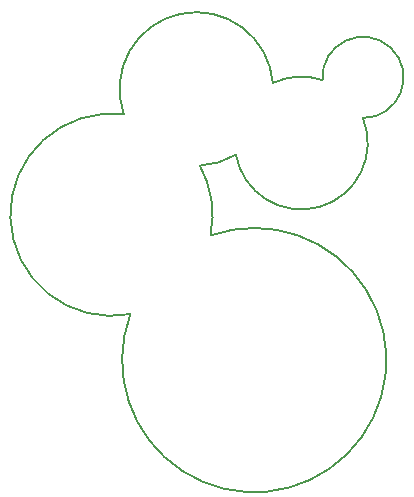
<source format=gbr>
G04 #@! TF.GenerationSoftware,KiCad,Pcbnew,(5.0.0)*
G04 #@! TF.CreationDate,2018-08-31T01:49:10-05:00*
G04 #@! TF.ProjectId,OSHWA Addon,4F53485741204164646F6E2E6B696361,rev?*
G04 #@! TF.SameCoordinates,Original*
G04 #@! TF.FileFunction,Profile,NP*
%FSLAX46Y46*%
G04 Gerber Fmt 4.6, Leading zero omitted, Abs format (unit mm)*
G04 Created by KiCad (PCBNEW (5.0.0)) date 08/31/18 01:49:10*
%MOMM*%
%LPD*%
G01*
G04 APERTURE LIST*
%ADD10C,0.200000*%
G04 APERTURE END LIST*
D10*
X29196801Y-8505683D02*
G75*
G02X18447872Y-11611768I-5211686J-2116353D01*
G01*
X15393359Y-12536443D02*
G75*
G02X16291355Y-18445091I-7484044J-4159987D01*
G01*
X21575378Y-5539341D02*
G75*
G02X25779354Y-5290870I2409737J-5082695D01*
G01*
X18447872Y-11611768D02*
G75*
G02X15393359Y-12536443I-3352928J5568471D01*
G01*
X9511423Y-25107711D02*
G75*
G02X8962815Y-8198987I-1602108J8411281D01*
G01*
X8962815Y-8198986D02*
G75*
G02X21575378Y-5539341I6132129J2155689D01*
G01*
X25779354Y-5290871D02*
G75*
G02X29196802Y-8505684I3430281J222663D01*
G01*
X16291355Y-18445091D02*
G75*
G02X9511423Y-25107711I3708645J-10554909D01*
G01*
M02*

</source>
